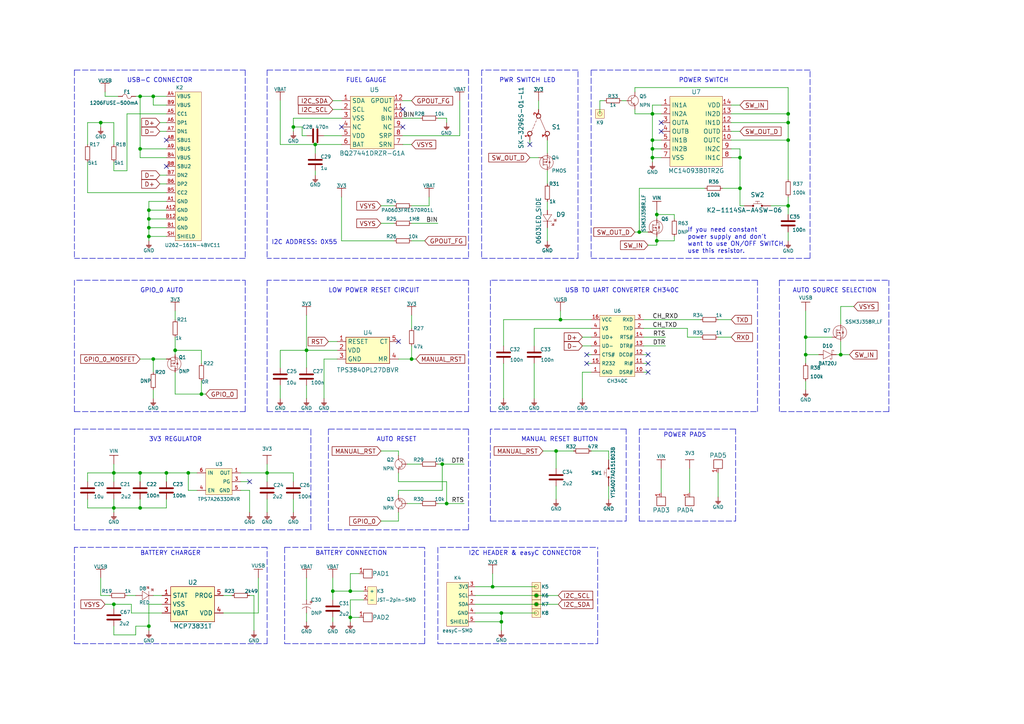
<source format=kicad_sch>
(kicad_sch (version 20211123) (generator eeschema)
  (paper "A4")
  (title_block (title "Soldered Inkplate PLUS2") (date "2023-04-13") (rev "V1.1.0.") (company "SOLDERED"))
  (junction (at 233.68 102.87))
  (junction (at 48.26 137.16))
  (junction (at 145.415 180.34))
  (junction (at 190.5 62.23))
  (junction (at 129.54 146.05))
  (junction (at 185.42 67.31))
  (junction (at 33.02 147.32))
  (junction (at 189.23 43.18))
  (junction (at 119.38 104.14))
  (junction (at 214.63 45.72))
  (junction (at 43.18 68.58))
  (junction (at 40.64 147.32))
  (junction (at 40.64 137.16))
  (junction (at 214.63 54.61))
  (junction (at 77.47 137.16))
  (junction (at 43.18 60.96))
  (junction (at 33.02 137.16))
  (junction (at 43.18 63.5))
  (junction (at 85.09 36.83))
  (junction (at 228.6 35.56))
  (junction (at 142.875 170.18))
  (junction (at 189.23 45.72))
  (junction (at 128.27 134.62))
  (junction (at 228.6 40.64))
  (junction (at 161.29 130.81))
  (junction (at 228.6 33.02))
  (junction (at 44.45 104.14))
  (junction (at 101.6 171.45))
  (junction (at 43.18 181.61))
  (junction (at 155.575 172.72))
  (junction (at 44.45 27.94) (diameter 0.9144))
  (junction (at 29.21 35.56))
  (junction (at 91.44 41.91))
  (junction (at 189.23 33.02))
  (junction (at 162.56 92.71))
  (junction (at 155.575 175.26))
  (junction (at 189.23 40.64))
  (junction (at 43.18 66.04))
  (junction (at 228.6 59.69))
  (junction (at 88.9 101.6))
  (junction (at 190.5 69.85))
  (junction (at 96.52 171.45))
  (junction (at 33.02 175.26))
  (junction (at 243.84 102.87))
  (junction (at 101.6 179.07))
  (junction (at 58.42 114.3))
  (junction (at 40.64 43.18) (diameter 0.9144))
  (junction (at 54.61 137.16))
  (junction (at 233.68 97.79))
  (junction (at 40.64 27.94) (diameter 0.9144))
  (junction (at 50.8 101.6))
  (junction (at 145.415 177.8))
  (no_connect (at 99.06 36.83))
  (no_connect (at 187.96 107.95))
  (no_connect (at 153.67 41.91))
  (no_connect (at 187.96 102.87))
  (no_connect (at 170.18 102.87))
  (no_connect (at 48.26 48.26))
  (no_connect (at 170.18 105.41))
  (no_connect (at 187.96 105.41))
  (no_connect (at 48.26 40.64))
  (no_connect (at 116.84 36.83))
  (no_connect (at 116.84 31.75))
  (no_connect (at 72.39 139.7))
  (no_connect (at 191.77 35.56))
  (no_connect (at 191.77 38.1))
  (no_connect (at 115.57 99.06))
  (wire (pts (xy 91.44 50.8) (xy 91.44 49.53)))
  (wire (pts (xy 101.6 166.37) (xy 101.6 171.45)))
  (polyline (pts (xy 234.95 74.93) (xy 234.95 20.32)))
  (wire (pts (xy 186.69 92.71) (xy 203.2 92.71)))
  (wire (pts (xy 57.15 142.24) (xy 54.61 142.24)))
  (wire (pts (xy 127 146.05) (xy 129.54 146.05)))
  (wire (pts (xy 87.63 36.83) (xy 85.09 36.83)))
  (wire (pts (xy 34.29 27.94) (xy 30.48 27.94)))
  (wire (pts (xy 170.18 102.87) (xy 171.45 102.87)))
  (wire (pts (xy 88.9 101.6) (xy 88.9 106.68)))
  (wire (pts (xy 93.98 39.37) (xy 99.06 39.37)))
  (polyline (pts (xy 21.59 119.38) (xy 71.12 119.38)))
  (wire (pts (xy 25.4 144.78) (xy 25.4 147.32)))
  (wire (pts (xy 57.15 137.16) (xy 54.61 137.16)))
  (wire (pts (xy 73.66 172.72) (xy 73.66 182.88)))
  (wire (pts (xy 101.6 180.34) (xy 101.6 179.07)))
  (polyline (pts (xy 71.12 119.38) (xy 71.12 81.28)))
  (wire (pts (xy 190.5 60.96) (xy 190.5 62.23)))
  (wire (pts (xy 161.29 140.97) (xy 161.29 144.78)))
  (wire (pts (xy 243.84 102.87) (xy 246.38 102.87)))
  (wire (pts (xy 195.58 69.85) (xy 190.5 69.85)))
  (wire (pts (xy 40.64 43.18) (xy 48.26 43.18)))
  (wire (pts (xy 87.63 39.37) (xy 87.63 36.83)))
  (wire (pts (xy 97.79 101.6) (xy 88.9 101.6)))
  (wire (pts (xy 119.38 69.85) (xy 123.19 69.85)))
  (polyline (pts (xy 171.45 74.93) (xy 234.95 74.93)))
  (wire (pts (xy 119.38 91.44) (xy 119.38 95.25)))
  (wire (pts (xy 72.39 172.72) (xy 73.66 172.72)))
  (wire (pts (xy 40.64 27.94) (xy 44.45 27.94)))
  (polyline (pts (xy 173.355 186.69) (xy 173.355 158.75)))
  (polyline (pts (xy 167.64 74.93) (xy 167.64 20.32)))
  (wire (pts (xy 142.875 170.18) (xy 155.575 170.18)))
  (wire (pts (xy 153.67 40.64) (xy 153.67 41.91)))
  (wire (pts (xy 168.91 107.95) (xy 171.45 107.95)))
  (wire (pts (xy 134.62 134.62) (xy 128.27 134.62)))
  (wire (pts (xy 185.42 54.61) (xy 204.47 54.61)))
  (wire (pts (xy 228.6 59.69) (xy 228.6 62.23)))
  (wire (pts (xy 81.28 41.91) (xy 91.44 41.91)))
  (wire (pts (xy 33.02 134.62) (xy 33.02 137.16)))
  (polyline (pts (xy 95.25 124.46) (xy 95.25 153.67)))
  (wire (pts (xy 40.64 144.78) (xy 40.64 147.32)))
  (polyline (pts (xy 213.36 151.13) (xy 213.36 124.46)))
  (wire (pts (xy 134.62 146.05) (xy 129.54 146.05)))
  (wire (pts (xy 118.11 146.05) (xy 121.92 146.05)))
  (wire (pts (xy 242.57 102.87) (xy 243.84 102.87)))
  (wire (pts (xy 99.06 69.85) (xy 114.3 69.85)))
  (wire (pts (xy 46.99 177.8) (xy 38.1 177.8)))
  (wire (pts (xy 33.02 175.26) (xy 30.48 175.26)))
  (wire (pts (xy 233.68 97.79) (xy 241.3 97.79)))
  (wire (pts (xy 110.49 64.77) (xy 114.3 64.77)))
  (wire (pts (xy 189.23 40.64) (xy 189.23 43.18)))
  (wire (pts (xy 137.795 170.18) (xy 142.875 170.18)))
  (polyline (pts (xy 82.55 186.69) (xy 123.19 186.69)))
  (wire (pts (xy 29.21 172.72) (xy 31.75 172.72)))
  (wire (pts (xy 233.68 110.49) (xy 233.68 113.03)))
  (wire (pts (xy 85.09 144.78) (xy 85.09 148.59)))
  (wire (pts (xy 25.4 55.88) (xy 48.26 55.88)))
  (polyline (pts (xy 82.55 158.75) (xy 123.19 158.75)))
  (wire (pts (xy 69.85 139.7) (xy 72.39 139.7)))
  (wire (pts (xy 44.45 27.94) (xy 48.26 27.94)))
  (wire (pts (xy 162.56 90.17) (xy 162.56 92.71)))
  (wire (pts (xy 228.6 67.31) (xy 228.6 69.85)))
  (wire (pts (xy 81.28 101.6) (xy 88.9 101.6)))
  (wire (pts (xy 195.58 63.5) (xy 195.58 62.23)))
  (wire (pts (xy 158.75 66.04) (xy 158.75 69.85)))
  (wire (pts (xy 104.14 166.37) (xy 101.6 166.37)))
  (polyline (pts (xy 135.89 74.93) (xy 77.47 74.93)))
  (wire (pts (xy 48.26 45.72) (xy 40.64 45.72)))
  (wire (pts (xy 129.54 139.7) (xy 129.54 146.05)))
  (wire (pts (xy 119.38 59.69) (xy 124.46 59.69)))
  (polyline (pts (xy 22.225 81.28) (xy 71.12 81.28)))
  (polyline (pts (xy 21.59 153.67) (xy 90.17 153.67)))
  (wire (pts (xy 154.94 105.41) (xy 154.94 115.57)))
  (wire (pts (xy 64.77 172.72) (xy 67.31 172.72)))
  (wire (pts (xy 91.44 41.91) (xy 99.06 41.91)))
  (wire (pts (xy 162.56 92.71) (xy 171.45 92.71)))
  (wire (pts (xy 215.9 59.69) (xy 214.63 59.69)))
  (wire (pts (xy 156.21 29.21) (xy 156.21 31.75)))
  (wire (pts (xy 115.57 143.51) (xy 115.57 142.24)))
  (wire (pts (xy 88.9 177.8) (xy 88.9 180.34)))
  (wire (pts (xy 88.9 167.64) (xy 88.9 173.99)))
  (wire (pts (xy 195.58 62.23) (xy 190.5 62.23)))
  (wire (pts (xy 25.4 137.16) (xy 33.02 137.16)))
  (wire (pts (xy 168.91 100.33) (xy 171.45 100.33)))
  (wire (pts (xy 214.63 45.72) (xy 212.09 45.72)))
  (wire (pts (xy 40.64 104.14) (xy 44.45 104.14)))
  (wire (pts (xy 33.02 144.78) (xy 33.02 147.32)))
  (wire (pts (xy 58.42 105.41) (xy 58.42 101.6)))
  (wire (pts (xy 208.28 97.79) (xy 212.09 97.79)))
  (wire (pts (xy 189.23 30.48) (xy 189.23 33.02)))
  (wire (pts (xy 50.8 107.95) (xy 50.8 114.3)))
  (wire (pts (xy 39.37 172.72) (xy 36.83 172.72)))
  (polyline (pts (xy 77.47 20.32) (xy 135.89 20.32)))
  (wire (pts (xy 29.21 35.56) (xy 29.21 36.83)))
  (wire (pts (xy 96.52 171.45) (xy 96.52 173.99)))
  (wire (pts (xy 50.8 90.17) (xy 50.8 92.71)))
  (polyline (pts (xy 185.42 124.46) (xy 185.42 151.13)))
  (wire (pts (xy 25.4 35.56) (xy 29.21 35.56)))
  (wire (pts (xy 96.52 179.07) (xy 96.52 180.34)))
  (wire (pts (xy 69.85 137.16) (xy 77.47 137.16)))
  (wire (pts (xy 40.64 43.18) (xy 40.64 27.94)))
  (polyline (pts (xy 82.55 158.75) (xy 82.55 186.69)))
  (wire (pts (xy 99.06 57.15) (xy 99.06 69.85)))
  (wire (pts (xy 214.63 43.18) (xy 214.63 45.72)))
  (wire (pts (xy 233.68 102.87) (xy 233.68 97.79)))
  (wire (pts (xy 48.26 33.02) (xy 36.83 33.02)))
  (wire (pts (xy 40.64 137.16) (xy 40.64 139.7)))
  (wire (pts (xy 77.47 144.78) (xy 77.47 148.59)))
  (wire (pts (xy 101.6 179.07) (xy 101.6 173.99)))
  (polyline (pts (xy 139.7 20.32) (xy 139.7 74.93)))
  (wire (pts (xy 184.15 26.67) (xy 184.15 25.4)))
  (wire (pts (xy 33.02 137.16) (xy 33.02 139.7)))
  (wire (pts (xy 64.77 177.8) (xy 74.93 177.8)))
  (polyline (pts (xy 21.59 186.69) (xy 77.47 186.69)))
  (wire (pts (xy 184.15 67.31) (xy 185.42 67.31)))
  (wire (pts (xy 88.9 111.76) (xy 88.9 115.57)))
  (wire (pts (xy 191.77 43.18) (xy 189.23 43.18)))
  (polyline (pts (xy 77.47 186.69) (xy 77.47 158.75)))
  (wire (pts (xy 115.57 130.81) (xy 115.57 132.08)))
  (wire (pts (xy 44.45 104.14) (xy 44.45 107.95)))
  (wire (pts (xy 146.05 100.33) (xy 146.05 92.71)))
  (wire (pts (xy 96.52 29.21) (xy 99.06 29.21)))
  (wire (pts (xy 208.28 92.71) (xy 212.09 92.71)))
  (wire (pts (xy 158.75 58.42) (xy 158.75 60.96)))
  (wire (pts (xy 33.02 176.53) (xy 33.02 175.26)))
  (wire (pts (xy 200.025 135.89) (xy 200.025 142.875)))
  (wire (pts (xy 101.6 171.45) (xy 105.41 171.45)))
  (wire (pts (xy 190.5 62.23) (xy 190.5 63.5)))
  (wire (pts (xy 39.37 27.94) (xy 40.64 27.94)))
  (wire (pts (xy 175.26 29.21) (xy 173.99 29.21)))
  (wire (pts (xy 48.26 137.16) (xy 48.26 139.7)))
  (wire (pts (xy 186.69 100.33) (xy 193.04 100.33)))
  (wire (pts (xy 137.795 175.26) (xy 155.575 175.26)))
  (wire (pts (xy 153.67 45.72) (xy 156.21 45.72)))
  (wire (pts (xy 85.09 139.7) (xy 85.09 137.16)))
  (wire (pts (xy 137.795 180.34) (xy 145.415 180.34)))
  (wire (pts (xy 48.26 30.48) (xy 44.45 30.48)))
  (wire (pts (xy 212.09 35.56) (xy 228.6 35.56)))
  (polyline (pts (xy 77.47 158.75) (xy 21.59 158.75)))
  (wire (pts (xy 85.09 36.83) (xy 85.09 34.29)))
  (wire (pts (xy 93.98 104.14) (xy 93.98 115.57)))
  (wire (pts (xy 25.4 46.99) (xy 25.4 55.88)))
  (wire (pts (xy 199.39 95.25) (xy 186.69 95.25)))
  (polyline (pts (xy 21.59 20.32) (xy 21.59 74.93)) (stroke (width 0) (type dash)))
  (wire (pts (xy 233.68 102.87) (xy 233.68 105.41)))
  (wire (pts (xy 46.355 38.1) (xy 48.26 38.1)))
  (wire (pts (xy 168.91 97.79) (xy 171.45 97.79)))
  (wire (pts (xy 119.38 100.33) (xy 119.38 104.14)))
  (polyline (pts (xy 21.59 124.46) (xy 21.59 153.67)))
  (wire (pts (xy 154.94 95.25) (xy 171.45 95.25)))
  (wire (pts (xy 48.26 137.16) (xy 40.64 137.16)))
  (wire (pts (xy 121.92 34.29) (xy 116.84 34.29)))
  (wire (pts (xy 189.23 33.02) (xy 189.23 40.64)))
  (wire (pts (xy 46.99 175.26) (xy 43.18 175.26)))
  (wire (pts (xy 237.49 102.87) (xy 233.68 102.87)))
  (wire (pts (xy 72.39 142.24) (xy 72.39 148.59)))
  (wire (pts (xy 54.61 137.16) (xy 48.26 137.16)))
  (polyline (pts (xy 127 158.75) (xy 127 186.69)))
  (wire (pts (xy 146.05 105.41) (xy 146.05 115.57)))
  (wire (pts (xy 118.11 134.62) (xy 121.92 134.62)))
  (wire (pts (xy 191.77 40.64) (xy 189.23 40.64)))
  (wire (pts (xy 43.18 63.5) (xy 48.26 63.5)))
  (wire (pts (xy 33.02 181.61) (xy 33.02 184.15)))
  (wire (pts (xy 43.18 68.58) (xy 43.18 69.85)))
  (polyline (pts (xy 21.59 158.75) (xy 21.59 186.69)))
  (polyline (pts (xy 142.24 119.38) (xy 219.71 119.38)))
  (polyline (pts (xy 77.47 119.38) (xy 135.89 119.38)))
  (wire (pts (xy 184.15 33.02) (xy 189.23 33.02)))
  (wire (pts (xy 186.69 102.87) (xy 187.96 102.87)))
  (wire (pts (xy 44.45 113.03) (xy 44.45 115.57)))
  (polyline (pts (xy 77.47 81.28) (xy 77.47 119.38)))
  (wire (pts (xy 137.795 177.8) (xy 145.415 177.8)))
  (wire (pts (xy 33.02 175.26) (xy 38.1 175.26)))
  (wire (pts (xy 191.77 135.89) (xy 191.77 142.875)))
  (wire (pts (xy 115.57 151.13) (xy 115.57 148.59)))
  (polyline (pts (xy 71.12 74.93) (xy 21.59 74.93)) (stroke (width 0) (type dash)))
  (wire (pts (xy 212.09 33.02) (xy 228.6 33.02)))
  (wire (pts (xy 185.42 67.31) (xy 187.96 67.31)))
  (wire (pts (xy 43.18 68.58) (xy 48.26 68.58)))
  (wire (pts (xy 58.42 110.49) (xy 58.42 114.3)))
  (wire (pts (xy 36.83 33.02) (xy 36.83 49.53)))
  (wire (pts (xy 43.18 63.5) (xy 43.18 66.04)))
  (wire (pts (xy 155.575 175.26) (xy 161.925 175.26)))
  (wire (pts (xy 88.9 101.6) (xy 88.9 91.44)))
  (polyline (pts (xy 185.42 151.13) (xy 213.36 151.13)))
  (wire (pts (xy 85.09 137.16) (xy 77.47 137.16)))
  (wire (pts (xy 124.46 57.15) (xy 124.46 59.69)))
  (wire (pts (xy 127 34.29) (xy 129.54 34.29)))
  (wire (pts (xy 186.69 105.41) (xy 187.96 105.41)))
  (wire (pts (xy 129.54 34.29) (xy 129.54 35.56)))
  (wire (pts (xy 50.8 97.79) (xy 50.8 101.6)))
  (polyline (pts (xy 135.89 153.67) (xy 135.89 124.46)))
  (polyline (pts (xy 142.24 81.28) (xy 142.24 119.38)))
  (wire (pts (xy 29.21 167.64) (xy 29.21 172.72)))
  (wire (pts (xy 212.09 40.64) (xy 228.6 40.64)))
  (wire (pts (xy 161.29 135.89) (xy 161.29 130.81)))
  (polyline (pts (xy 95.25 153.67) (xy 135.89 153.67)))
  (wire (pts (xy 115.57 139.7) (xy 129.54 139.7)))
  (wire (pts (xy 128.27 142.24) (xy 128.27 134.62)))
  (polyline (pts (xy 127 186.69) (xy 173.355 186.69)))
  (polyline (pts (xy 234.95 20.32) (xy 171.45 20.32)))
  (polyline (pts (xy 142.24 151.13) (xy 181.61 151.13)))
  (wire (pts (xy 187.96 71.12) (xy 190.5 71.12)))
  (wire (pts (xy 46.355 53.34) (xy 48.26 53.34)))
  (wire (pts (xy 214.63 59.69) (xy 214.63 54.61)))
  (wire (pts (xy 146.05 92.71) (xy 162.56 92.71)))
  (wire (pts (xy 137.795 172.72) (xy 155.575 172.72)))
  (wire (pts (xy 228.6 25.4) (xy 228.6 33.02)))
  (wire (pts (xy 85.09 34.29) (xy 99.06 34.29)))
  (wire (pts (xy 58.42 114.3) (xy 50.8 114.3)))
  (wire (pts (xy 44.45 104.14) (xy 48.26 104.14)))
  (wire (pts (xy 91.44 44.45) (xy 91.44 41.91)))
  (wire (pts (xy 186.69 97.79) (xy 193.04 97.79)))
  (wire (pts (xy 195.58 68.58) (xy 195.58 69.85)))
  (polyline (pts (xy 90.17 153.67) (xy 90.17 124.46)))
  (wire (pts (xy 243.84 102.87) (xy 243.84 99.06)))
  (polyline (pts (xy 219.71 81.28) (xy 142.24 81.28)))
  (wire (pts (xy 157.48 130.81) (xy 161.29 130.81)))
  (wire (pts (xy 58.42 101.6) (xy 50.8 101.6)))
  (wire (pts (xy 190.5 68.58) (xy 190.5 69.85)))
  (wire (pts (xy 116.84 39.37) (xy 133.35 39.37)))
  (wire (pts (xy 115.57 142.24) (xy 128.27 142.24)))
  (wire (pts (xy 127 134.62) (xy 128.27 134.62)))
  (wire (pts (xy 69.85 142.24) (xy 72.39 142.24)))
  (wire (pts (xy 33.02 41.91) (xy 33.02 35.56)))
  (wire (pts (xy 228.6 35.56) (xy 228.6 40.64)))
  (wire (pts (xy 243.84 88.9) (xy 243.84 93.98)))
  (wire (pts (xy 33.02 147.32) (xy 33.02 148.59)))
  (wire (pts (xy 30.48 27.94) (xy 30.48 26.67)))
  (polyline (pts (xy 135.89 81.28) (xy 77.47 81.28)))
  (polyline (pts (xy 77.47 20.32) (xy 77.47 74.93)))
  (wire (pts (xy 46.355 35.56) (xy 48.26 35.56)))
  (wire (pts (xy 40.64 147.32) (xy 33.02 147.32)))
  (wire (pts (xy 158.75 49.53) (xy 158.75 53.34)))
  (wire (pts (xy 77.47 137.16) (xy 77.47 139.7)))
  (wire (pts (xy 228.6 57.15) (xy 228.6 59.69)))
  (wire (pts (xy 186.69 107.95) (xy 187.96 107.95)))
  (polyline (pts (xy 127.635 158.75) (xy 173.355 158.75)))
  (wire (pts (xy 38.1 177.8) (xy 38.1 175.26)))
  (wire (pts (xy 43.18 66.04) (xy 48.26 66.04)))
  (wire (pts (xy 25.4 147.32) (xy 33.02 147.32)))
  (wire (pts (xy 170.18 105.41) (xy 171.45 105.41)))
  (wire (pts (xy 168.91 115.57) (xy 168.91 107.95)))
  (wire (pts (xy 176.53 130.81) (xy 176.53 133.35)))
  (polyline (pts (xy 135.89 124.46) (xy 95.25 124.46)))
  (wire (pts (xy 43.18 175.26) (xy 43.18 181.61)))
  (wire (pts (xy 33.02 49.53) (xy 33.02 46.99)))
  (wire (pts (xy 190.5 69.85) (xy 190.5 71.12)))
  (wire (pts (xy 203.2 97.79) (xy 199.39 97.79)))
  (wire (pts (xy 155.575 172.72) (xy 161.925 172.72)))
  (wire (pts (xy 161.29 130.81) (xy 166.37 130.81)))
  (wire (pts (xy 158.75 40.64) (xy 158.75 44.45)))
  (wire (pts (xy 115.57 104.14) (xy 119.38 104.14)))
  (wire (pts (xy 40.64 43.18) (xy 40.64 45.72)))
  (polyline (pts (xy 213.36 124.46) (xy 185.42 124.46)))
  (wire (pts (xy 247.65 88.9) (xy 243.84 88.9)))
  (wire (pts (xy 171.45 130.81) (xy 176.53 130.81)))
  (wire (pts (xy 43.18 66.04) (xy 43.18 68.58)))
  (polyline (pts (xy 226.06 81.28) (xy 226.06 119.38)))
  (polyline (pts (xy 226.06 81.28) (xy 257.81 81.28)))
  (wire (pts (xy 115.57 137.16) (xy 115.57 139.7)))
  (polyline (pts (xy 142.24 124.46) (xy 142.24 151.13)))
  (wire (pts (xy 119.38 29.21) (xy 116.84 29.21)))
  (wire (pts (xy 25.4 139.7) (xy 25.4 137.16)))
  (wire (pts (xy 191.77 33.02) (xy 189.23 33.02)))
  (wire (pts (xy 173.99 29.21) (xy 173.99 33.02)))
  (wire (pts (xy 74.93 167.64) (xy 74.93 177.8)))
  (wire (pts (xy 119.38 104.14) (xy 120.65 104.14)))
  (wire (pts (xy 44.45 30.48) (xy 44.45 27.94)))
  (wire (pts (xy 43.18 60.96) (xy 43.18 63.5)))
  (wire (pts (xy 212.09 43.18) (xy 214.63 43.18)))
  (wire (pts (xy 33.02 35.56) (xy 29.21 35.56)))
  (wire (pts (xy 88.9 39.37) (xy 87.63 39.37)))
  (wire (pts (xy 40.64 137.16) (xy 33.02 137.16)))
  (polyline (pts (xy 21.59 119.38) (xy 21.59 81.28)))
  (polyline (pts (xy 71.12 20.32) (xy 71.12 74.93)) (stroke (width 0) (type dash)))
  (wire (pts (xy 208.28 137.16) (xy 208.28 144.145)))
  (polyline (pts (xy 135.89 20.32) (xy 135.89 74.93)))
  (wire (pts (xy 43.18 60.96) (xy 48.26 60.96)))
  (polyline (pts (xy 219.71 119.38) (xy 219.71 81.28)))
  (wire (pts (xy 185.42 54.61) (xy 185.42 67.31)))
  (polyline (pts (xy 181.61 151.13) (xy 181.61 124.46)))
  (wire (pts (xy 101.6 179.07) (xy 104.14 179.07)))
  (wire (pts (xy 81.28 29.21) (xy 81.28 41.91)))
  (wire (pts (xy 81.28 111.76) (xy 81.28 115.57)))
  (polyline (pts (xy 123.19 186.69) (xy 123.19 158.75)))
  (wire (pts (xy 48.26 58.42) (xy 43.18 58.42)))
  (wire (pts (xy 145.415 177.8) (xy 145.415 180.34)))
  (wire (pts (xy 93.98 104.14) (xy 97.79 104.14)))
  (polyline (pts (xy 257.81 81.28) (xy 257.81 119.38)))
  (wire (pts (xy 39.37 181.61) (xy 43.18 181.61)))
  (wire (pts (xy 50.8 101.6) (xy 50.8 102.87)))
  (wire (pts (xy 119.38 64.77) (xy 127 64.77)))
  (wire (pts (xy 96.52 167.64) (xy 96.52 171.45)))
  (wire (pts (xy 214.63 54.61) (xy 214.63 45.72)))
  (wire (pts (xy 119.38 41.91) (xy 116.84 41.91)))
  (wire (pts (xy 176.53 140.97) (xy 176.53 144.78)))
  (wire (pts (xy 212.09 30.48) (xy 214.63 30.48)))
  (wire (pts (xy 142.875 170.18) (xy 142.875 166.37)))
  (polyline (pts (xy 21.59 20.32) (xy 71.12 20.32)) (stroke (width 0) (type dash)))
  (wire (pts (xy 95.25 99.06) (xy 97.79 99.06)))
  (wire (pts (xy 46.355 50.8) (xy 48.26 50.8)))
  (wire (pts (xy 110.49 130.81) (xy 115.57 130.81)))
  (wire (pts (xy 43.18 181.61) (xy 43.18 182.88)))
  (wire (pts (xy 228.6 40.64) (xy 228.6 52.07)))
  (wire (pts (xy 191.77 45.72) (xy 189.23 45.72)))
  (wire (pts (xy 189.23 43.18) (xy 189.23 45.72)))
  (wire (pts (xy 48.26 144.78) (xy 48.26 147.32)))
  (wire (pts (xy 223.52 59.69) (xy 228.6 59.69)))
  (wire (pts (xy 85.09 38.1) (xy 85.09 36.83)))
  (wire (pts (xy 39.37 184.15) (xy 39.37 181.61)))
  (wire (pts (xy 145.415 180.34) (xy 145.415 182.88)))
  (polyline (pts (xy 171.45 20.32) (xy 171.45 74.93)))
  (wire (pts (xy 96.52 171.45) (xy 101.6 171.45)))
  (wire (pts (xy 180.34 29.21) (xy 181.61 29.21)))
  (wire (pts (xy 59.69 114.3) (xy 58.42 114.3)))
  (wire (pts (xy 199.39 97.79) (xy 199.39 95.25)))
  (wire (pts (xy 96.52 31.75) (xy 99.06 31.75)))
  (wire (pts (xy 43.18 58.42) (xy 43.18 60.96)))
  (wire (pts (xy 48.26 147.32) (xy 40.64 147.32)))
  (wire (pts (xy 154.94 100.33) (xy 154.94 95.25)))
  (wire (pts (xy 228.6 33.02) (xy 228.6 35.56)))
  (polyline (pts (xy 139.7 74.93) (xy 167.64 74.93)))
  (wire (pts (xy 145.415 177.8) (xy 155.575 177.8)))
  (wire (pts (xy 184.15 25.4) (xy 228.6 25.4)))
  (wire (pts (xy 189.23 45.72) (xy 189.23 46.99)))
  (wire (pts (xy 81.28 106.68) (xy 81.28 101.6)))
  (wire (pts (xy 233.68 90.17) (xy 233.68 97.79)))
  (wire (pts (xy 25.4 41.91) (xy 25.4 35.56)))
  (polyline (pts (xy 167.64 20.32) (xy 139.7 20.32)))
  (wire (pts (xy 212.09 38.1) (xy 214.63 38.1)))
  (wire (pts (xy 110.49 151.13) (xy 115.57 151.13)))
  (wire (pts (xy 54.61 142.24) (xy 54.61 137.16)))
  (wire (pts (xy 184.15 33.02) (xy 184.15 31.75)))
  (polyline (pts (xy 181.61 124.46) (xy 142.24 124.46)))
  (polyline (pts (xy 135.89 119.38) (xy 135.89 81.28)))
  (wire (pts (xy 44.45 172.72) (xy 46.99 172.72)))
  (wire (pts (xy 33.02 184.15) (xy 39.37 184.15)))
  (wire (pts (xy 209.55 54.61) (xy 214.63 54.61)))
  (wire (pts (xy 36.83 49.53) (xy 33.02 49.53)))
  (wire (pts (xy 77.47 134.62) (xy 77.47 137.16)))
  (wire (pts (xy 191.77 30.48) (xy 189.23 30.48)))
  (wire (pts (xy 110.49 59.69) (xy 114.3 59.69)))
  (wire (pts (xy 101.6 173.99) (xy 105.41 173.99)))
  (polyline (pts (xy 257.81 119.38) (xy 226.06 119.38)))
  (polyline (pts (xy 21.59 124.46) (xy 90.17 124.46)))
  (wire (pts (xy 133.35 39.37) (xy 133.35 29.21)))
  (text "USB-C CONNECTOR\n" (at 55.88 24.13 180) (effects (font (size 1.27 1.27)) (justify right bottom)))
  (text "AUTO SOURCE SELECTION" (at 229.87 85.09 0) (effects (font (size 1.27 1.27)) (justify left bottom)))
  (text "FUEL GAUGE" (at 100.33 24.13 0) (effects (font (size 1.27 1.27)) (justify left bottom)))
  (text "MANUAL RESET BUTTON" (at 151.13 128.27 0) (effects (font (size 1.27 1.27)) (justify left bottom)))
  (text "GPIO_0 AUTO" (at 40.64 85.09 0) (effects (font (size 1.27 1.27)) (justify left bottom)))
  (text "3V3 REGULATOR" (at 43.18 128.27 0) (effects (font (size 1.27 1.27)) (justify left bottom)))
  (text "PWR SWITCH LED\n" (at 144.78 24.13 0) (effects (font (size 1.27 1.27)) (justify left bottom)))
  (text "USB TO UART CONVERTER CH340C" (at 163.83 85.09 0) (effects (font (size 1.27 1.27)) (justify left bottom)))
  (text "BATTERY CONNECTION" (at 91.44 161.29 0) (effects (font (size 1.27 1.27)) (justify left bottom)))
  (text "POWER SWITCH" (at 196.85 24.13 0) (effects (font (size 1.27 1.27)) (justify left bottom)))
  (text "If you need constant\npower supply and don't\nwant to use ON/OFF SWITCH,\nuse this resistor." (at 199.39 73.66 0) (effects (font (size 1.27 1.27)) (justify left bottom)))
  (text "I2C HEADER & easyC CONNECTOR" (at 135.89 161.29 0) (effects (font (size 1.27 1.27)) (justify left bottom)))
  (text "LOW POWER RESET CIRCUIT " (at 95.25 85.09 0) (effects (font (size 1.27 1.27)) (justify left bottom)))
  (text "AUTO RESET" (at 109.22 128.27 0) (effects (font (size 1.27 1.27)) (justify left bottom)))
  (text "POWER PADS\n" (at 192.405 127 0) (effects (font (size 1.27 1.27)) (justify left bottom)))
  (text "I2C ADDRESS: 0X55" (at 78.74 71.12 0) (effects (font (size 1.27 1.27)) (justify left bottom)))
  (text "BATTERY CHARGER" (at 40.64 161.29 0) (effects (font (size 1.27 1.27)) (justify left bottom)))
  (label "DTR" (at 193.04 100.33 180))
  (label "CH_RXD" (at 189.23 92.71 0))
  (label "RTS" (at 193.04 97.79 180))
  (label "BIN" (at 116.84 34.29 0))
  (label "DTR" (at 134.62 134.62 180))
  (label "BIN" (at 127 64.77 180))
  (label "CH_TXD" (at 189.23 95.25 0))
  (label "RTS" (at 134.62 146.05 180))
  (global_label "I2C_SDA" (shape input) (at 161.925 175.26 0) (property "Intersheet References" "${INTERSHEET_REFS}" (effects hide)))
  (global_label "MANUAL_RST" (shape input) (at 110.49 130.81 180) (property "Intersheet References" "${INTERSHEET_REFS}" (effects hide)))
  (global_label "SW_OUT_D" (shape input) (at 184.15 67.31 180) (property "Intersheet References" "${INTERSHEET_REFS}" (effects hide)))
  (global_label "SW_IN" (shape input) (at 214.63 30.48 0) (property "Intersheet References" "${INTERSHEET_REFS}" (effects hide)))
  (global_label "MANUAL_RST" (shape input) (at 157.48 130.81 180) (property "Intersheet References" "${INTERSHEET_REFS}" (effects hide)))
  (global_label "SW_IN" (shape input) (at 187.96 71.12 180) (property "Intersheet References" "${INTERSHEET_REFS}" (effects hide)))
  (global_label "GPIO_0" (shape input) (at 110.49 151.13 180) (property "Intersheet References" "${INTERSHEET_REFS}" (effects hide)))
  (global_label "I2C_SDA" (shape input) (at 96.52 29.21 180) (property "Intersheet References" "${INTERSHEET_REFS}" (effects hide)))
  (global_label "VSYS" (shape input) (at 119.38 41.91 0) (property "Intersheet References" "${INTERSHEET_REFS}" (effects hide)))
  (global_label "D-" (shape input) (at 168.91 100.33 180) (property "Intersheet References" "${INTERSHEET_REFS}" (effects hide)))
  (global_label "D-" (shape input) (at 46.355 50.8 180) (property "Intersheet References" "${INTERSHEET_REFS}" (effects hide)))
  (global_label "D+" (shape input) (at 46.355 53.34 180) (property "Intersheet References" "${INTERSHEET_REFS}" (effects hide)))
  (global_label "D+" (shape input) (at 46.355 35.56 180) (property "Intersheet References" "${INTERSHEET_REFS}" (effects hide)))
  (global_label "RXD" (shape input) (at 212.09 97.79 0) (property "Intersheet References" "${INTERSHEET_REFS}" (effects hide)))
  (global_label "MANUAL_RST" (shape input) (at 120.65 104.14 0) (property "Intersheet References" "${INTERSHEET_REFS}" (effects hide)))
  (global_label "VSYS" (shape input) (at 30.48 175.26 180) (property "Intersheet References" "${INTERSHEET_REFS}" (effects hide)))
  (global_label "D-" (shape input) (at 46.355 38.1 180) (property "Intersheet References" "${INTERSHEET_REFS}" (effects hide)))
  (global_label "RST" (shape input) (at 95.25 99.06 180) (property "Intersheet References" "${INTERSHEET_REFS}" (effects hide)))
  (global_label "I2C_SCL" (shape input) (at 96.52 31.75 180) (property "Intersheet References" "${INTERSHEET_REFS}" (effects hide)))
  (global_label "SW_OUT_D" (shape input) (at 153.67 45.72 180) (property "Intersheet References" "${INTERSHEET_REFS}" (effects hide)))
  (global_label "D+" (shape input) (at 168.91 97.79 180) (property "Intersheet References" "${INTERSHEET_REFS}" (effects hide)))
  (global_label "I2C_SCL" (shape input) (at 161.925 172.72 0) (property "Intersheet References" "${INTERSHEET_REFS}" (effects hide)))
  (global_label "GPIO_0_MOSFET" (shape input) (at 40.64 104.14 180) (property "Intersheet References" "${INTERSHEET_REFS}" (effects hide)))
  (global_label "GPOUT_FG" (shape input) (at 123.19 69.85 0) (property "Intersheet References" "${INTERSHEET_REFS}" (effects hide)))
  (global_label "SW_IN" (shape input) (at 246.38 102.87 0) (property "Intersheet References" "${INTERSHEET_REFS}" (effects hide)))
  (global_label "GPOUT_FG" (shape input) (at 119.38 29.21 0) (property "Intersheet References" "${INTERSHEET_REFS}" (effects hide)))
  (global_label "TXD" (shape input) (at 212.09 92.71 0) (property "Intersheet References" "${INTERSHEET_REFS}" (effects hide)))
  (global_label "VSYS" (shape input) (at 247.65 88.9 0) (property "Intersheet References" "${INTERSHEET_REFS}" (effects hide)))
  (global_label "SW_OUT_D" (shape input) (at 214.63 38.1 0) (property "Intersheet References" "${INTERSHEET_REFS}" (effects hide)))
  (global_label "VSYS" (shape input) (at 110.49 64.77 180) (property "Intersheet References" "${INTERSHEET_REFS}" (effects hide)))
  (global_label "GPIO_0" (shape input) (at 59.69 114.3 0) (property "Intersheet References" "${INTERSHEET_REFS}" (effects hide)))
  (global_label "VSYS" (shape input) (at 110.49 59.69 180) (property "Intersheet References" "${INTERSHEET_REFS}" (effects hide)))
  (symbol (lib_id "e-radionica.com schematics:GND") (at 228.6 69.85 0) (unit 1)
    (property "Reference" "#PWR0102" (effects hide))
    (property "Value" "GND" (at 228.6 72.771 0) (effects (font (size 1 1))))
  )
  (symbol (lib_id "e-radionica.com schematics:VBAT") (at 124.46 57.15 0) (unit 1)
    (property "Reference" "#PWR087" (effects hide))
    (property "Value" "VBAT" (at 124.46 53.848 0) (effects (font (size 1 1))))
  )
  (symbol (lib_id "e-radionica.com schematics:GND") (at 29.21 36.83 0) (unit 1)
    (property "Reference" "#PWR058" (effects hide))
    (property "Value" "GND" (at 29.21 39.624 0) (effects (font (size 1 1))))
  )
  (symbol (lib_id "e-radionica.com schematics:HEADER_MALE_1X1_Inkplate") (at 155.575 170.18 0) (unit 1)
    (property "Reference" "K5" (at 158.115 170.18 0) (effects (font (size 1 1))))
    (property "Value" "HEADER_MALE_1X1_Inkplate" (effects hide))
    (property "Footprint" "e-radionica.com footprinti:HEADER_MALE_1X1_Inkplate" (effects hide))
  )
  (symbol (lib_id "e-radionica.com schematics:HEADER_MALE_1X1_Inkplate") (at 155.575 172.72 0) (unit 1)
    (property "Reference" "K6" (at 158.115 172.72 0) (effects (font (size 1 1))))
    (property "Value" "HEADER_MALE_1X1_Inkplate" (effects hide))
    (property "Footprint" "e-radionica.com footprinti:HEADER_MALE_1X1_Inkplate" (effects hide))
  )
  (symbol (lib_id "e-radionica.com schematics:0603C") (at 96.52 176.53 90) (unit 1)
    (property "Reference" "C31" (at 99.822 175.006 90) (effects (font (size 1 1))))
    (property "Value" "2u2" (at 99.822 178.054 90) (effects (font (size 1 1))))
    (property "Footprint" "e-radionica.com footprinti:0603C" (effects hide))
  )
  (symbol (lib_id "e-radionica.com schematics:1206FUSE") (at 36.83 27.94 0) (unit 1)
    (property "Reference" "F1" (at 36.83 26.67 0) (effects (font (size 1 1))))
    (property "Value" "1206FUSE-500mA" (at 33.02 29.845 0) (effects (font (size 1 1))))
    (property "Footprint" "e-radionica.com footprinti:1206FUSE" (effects hide))
  )
  (symbol (lib_id "e-radionica.com schematics:0603R") (at 33.02 44.45 90) (unit 1)
    (property "Reference" "R18" (at 35.052 41.91 90) (effects (font (size 1 1))))
    (property "Value" "5k1" (at 34.544 47.244 90) (effects (font (size 1 1))))
    (property "Footprint" "e-radionica.com footprinti:0603R" (effects hide))
  )
  (symbol (lib_id "e-radionica.com schematics:GND") (at 189.23 46.99 0) (unit 1)
    (property "Reference" "#PWR0100" (effects hide))
    (property "Value" "GND" (at 189.23 49.911 0) (effects (font (size 1 1))))
  )
  (symbol (lib_id "e-radionica.com schematics:0603R") (at 119.38 97.79 90) (unit 1)
    (property "Reference" "R27" (at 119.888 95.25 90) (effects (font (size 1 1)) (justify right)))
    (property "Value" "47k" (at 119.888 100.584 90) (effects (font (size 1 1)) (justify right)))
    (property "Footprint" "e-radionica.com footprinti:0603R" (effects hide))
  )
  (symbol (lib_id "e-radionica.com schematics:MC14093BDTR2G") (at 201.93 41.91 0) (unit 1)
    (property "Reference" "U7" (at 201.93 26.67 0))
    (property "Value" "MC14093BDTR2G" (at 201.93 49.53 0))
    (property "Footprint" "e-radionica.com footprinti:TSSOP-14" (effects hide))
  )
  (symbol (lib_id "e-radionica.com schematics:0603R") (at 158.75 55.88 270) (unit 1)
    (property "Reference" "R31" (at 160.782 53.34 90) (effects (font (size 1 1))))
    (property "Value" "1k" (at 160.274 58.42 90) (effects (font (size 1 1))))
    (property "Footprint" "e-radionica.com footprinti:0603R" (effects hide))
  )
  (symbol (lib_id "e-radionica.com schematics:NPN-SOT-23-3") (at 184.15 29.21 0) (unit 1)
    (property "Reference" "Q5" (at 185.42 27.94 0) (effects (font (size 1 1)) (justify left)))
    (property "Value" "NPN" (at 185.42 30.48 0) (effects (font (size 1 1)) (justify left)))
    (property "Footprint" "e-radionica.com footprinti:SOT-23-3" (effects hide))
  )
  (symbol (lib_id "e-radionica.com schematics:GND") (at 154.94 115.57 0) (unit 1)
    (property "Reference" "#PWR093" (effects hide))
    (property "Value" "GND" (at 154.94 118.364 0) (effects (font (size 1 1))))
  )
  (symbol (lib_id "e-radionica.com schematics:NPN-SOT-23-3") (at 115.57 134.62 0) (mirror y) (unit 1)
    (property "Reference" "Q2" (at 114.3 133.35 0) (effects (font (size 1 1)) (justify left)))
    (property "Value" "NPN" (at 114.3 135.89 0) (effects (font (size 1 1)) (justify left)))
    (property "Footprint" "e-radionica.com footprinti:SOT-23-3" (effects hide))
  )
  (symbol (lib_id "e-radionica.com schematics:PAD_4x4") (at 200.025 145.415 270) (unit 1)
    (property "Reference" "PAD4" (at 201.295 147.955 90) (effects (justify right)))
    (property "Value" "PAD_4x4" (effects hide))
    (property "Footprint" "e-radionica.com footprinti:PAD_4x4" (effects hide))
  )
  (symbol (lib_id "e-radionica.com schematics:PAD_4x4") (at 106.68 179.07 0) (unit 1)
    (property "Reference" "PAD2" (at 107.95 179.07 0) (effects (justify left)))
    (property "Value" "PAD_4x4" (effects hide))
    (property "Footprint" "e-radionica.com footprinti:PAD_4x4" (effects hide))
  )
  (symbol (lib_id "e-radionica.com schematics:GND") (at 146.05 115.57 0) (unit 1)
    (property "Reference" "#PWR092" (effects hide))
    (property "Value" "GND" (at 146.05 118.364 0) (effects (font (size 1 1))))
  )
  (symbol (lib_id "e-radionica.com schematics:0603R") (at 116.84 64.77 0) (unit 1)
    (property "Reference" "R25" (at 113.538 63.5 0) (effects (font (size 1 1))))
    (property "Value" "1M8" (at 120.142 63.5 0) (effects (font (size 1 1))))
    (property "Footprint" "e-radionica.com footprinti:0603R" (effects hide))
  )
  (symbol (lib_id "e-radionica.com schematics:GND") (at 161.29 144.78 0) (unit 1)
    (property "Reference" "#PWR096" (effects hide))
    (property "Value" "GND" (at 161.29 147.574 0) (effects (font (size 1 1))))
  )
  (symbol (lib_id "e-radionica.com schematics:GND") (at 88.9 180.34 0) (unit 1)
    (property "Reference" "#PWR079" (effects hide))
    (property "Value" "GND" (at 88.9 183.134 0) (effects (font (size 1 1))))
  )
  (symbol (lib_id "e-radionica.com schematics:0603C") (at 33.02 142.24 90) (unit 1)
    (property "Reference" "C21" (at 34.798 140.462 90) (effects (font (size 1 1)) (justify right)))
    (property "Value" "2u2" (at 35.052 144.018 90) (effects (font (size 1 1)) (justify right)))
    (property "Footprint" "e-radionica.com footprinti:0603C" (effects hide))
  )
  (symbol (lib_id "e-radionica.com schematics:0603R") (at 58.42 107.95 90) (unit 1)
    (property "Reference" "R22" (at 58.928 105.41 90) (effects (font (size 1 1)) (justify right)))
    (property "Value" "0R" (at 58.42 110.744 90) (effects (font (size 1 1)) (justify right)))
    (property "Footprint" "e-radionica.com footprinti:0603R" (effects hide))
  )
  (symbol (lib_id "e-radionica.com schematics:0603R") (at 195.58 66.04 270) (unit 1)
    (property "Reference" "R63" (at 198.12 64.77 90) (effects (font (size 1 1))))
    (property "Value" "DNP" (at 198.12 67.31 90) (effects (font (size 1 1))))
    (property "Footprint" "e-radionica.com footprinti:0603R" (effects hide))
  )
  (symbol (lib_id "e-radionica.com schematics:0603C") (at 146.05 102.87 90) (unit 1)
    (property "Reference" "C32" (at 149.352 101.346 90) (effects (font (size 1 1))))
    (property "Value" "100n" (at 149.86 104.394 90) (effects (font (size 1 1))))
    (property "Footprint" "e-radionica.com footprinti:0603C" (effects hide))
  )
  (symbol (lib_id "e-radionica.com schematics:0603R") (at 116.84 59.69 0) (unit 1)
    (property "Reference" "R24" (at 115.062 58.42 0) (effects (font (size 1 1)) (justify right)))
    (property "Value" "PA0603FRE570R01L" (at 125.73 60.96 0) (effects (font (size 1 1)) (justify right)))
    (property "Footprint" "e-radionica.com footprinti:0603R" (effects hide))
  )
  (symbol (lib_id "e-radionica.com schematics:0603R") (at 124.46 146.05 0) (unit 1)
    (property "Reference" "R30" (at 121.412 144.78 0) (effects (font (size 1 1))))
    (property "Value" "10k" (at 127.508 144.78 0) (effects (font (size 1 1))))
    (property "Footprint" "e-radionica.com footprinti:0603R" (effects hide))
  )
  (symbol (lib_id "e-radionica.com schematics:0603C") (at 161.29 138.43 90) (unit 1)
    (property "Reference" "C34" (at 164.592 136.906 90) (effects (font (size 1 1))))
    (property "Value" "2u2" (at 164.592 140.208 90) (effects (font (size 1 1))))
    (property "Footprint" "e-radionica.com footprinti:0603C" (effects hide))
  )
  (symbol (lib_id "e-radionica.com schematics:0603C") (at 91.44 46.99 90) (unit 1)
    (property "Reference" "C29" (at 92.964 45.466 90) (effects (font (size 1 1)) (justify right)))
    (property "Value" "1u" (at 92.964 48.768 90) (effects (font (size 1 1)) (justify right)))
    (property "Footprint" "e-radionica.com footprinti:0603C" (effects hide))
  )
  (symbol (lib_id "e-radionica.com schematics:K2-1114SA-A4SW-06") (at 219.71 59.69 0) (unit 1)
    (property "Reference" "SW2" (at 219.71 56.515 0))
    (property "Value" "K2-1114SA-A4SW-06" (at 215.9 60.96 0))
    (property "Footprint" "e-radionica.com footprinti:K2-1114SA-A4SW-06" (effects hide))
  )
  (symbol (lib_id "e-radionica.com schematics:GND") (at 72.39 148.59 0) (unit 1)
    (property "Reference" "#PWR067" (effects hide))
    (property "Value" "GND" (at 72.39 151.384 0) (effects (font (size 1 1))))
  )
  (symbol (lib_id "e-radionica.com schematics:GND") (at 73.66 182.88 0) (unit 1)
    (property "Reference" "#PWR068" (effects hide))
    (property "Value" "GND" (at 73.66 185.801 0) (effects (font (size 1 1))))
  )
  (symbol (lib_id "e-radionica.com schematics:3V3") (at 50.8 90.17 0) (unit 1)
    (property "Reference" "#PWR066" (effects hide))
    (property "Value" "3V3" (at 50.8 86.868 0) (effects (font (size 1 1))))
  )
  (symbol (lib_id "e-radionica.com schematics:3V3") (at 119.38 91.44 0) (unit 1)
    (property "Reference" "#PWR086" (effects hide))
    (property "Value" "3V3" (at 119.38 88.138 0) (effects (font (size 1 1))))
  )
  (symbol (lib_id "e-radionica.com schematics:0603R") (at 116.84 69.85 0) (unit 1)
    (property "Reference" "R26" (at 113.538 68.58 0) (effects (font (size 1 1))))
    (property "Value" "10k" (at 119.888 68.58 0) (effects (font (size 1 1))))
    (property "Footprint" "e-radionica.com footprinti:0603R" (effects hide))
  )
  (symbol (lib_id "e-radionica.com schematics:0603R") (at 177.8 29.21 180) (unit 1)
    (property "Reference" "R33" (at 177.8 27.94 0) (effects (font (size 1 1))))
    (property "Value" "1k" (at 177.8 30.48 0) (effects (font (size 1 1))))
    (property "Footprint" "e-radionica.com footprinti:0603R" (effects hide))
  )
  (symbol (lib_id "e-radionica.com schematics:GND") (at 208.28 144.145 0) (unit 1)
    (property "Reference" "#PWR0179" (effects hide))
    (property "Value" "GND" (at 208.28 147.066 0) (effects (font (size 1 1))))
  )
  (symbol (lib_id "e-radionica.com schematics:VIN") (at 33.02 134.62 0) (unit 1)
    (property "Reference" "#PWR061" (effects hide))
    (property "Value" "VIN" (at 33.02 130.81 0) (effects (font (size 1 1))))
  )
  (symbol (lib_id "e-radionica.com schematics:0603R") (at 50.8 95.25 90) (unit 1)
    (property "Reference" "R21" (at 52.832 92.71 90) (effects (font (size 1 1))))
    (property "Value" "1k" (at 51.816 98.044 90) (effects (font (size 1 1))))
    (property "Footprint" "e-radionica.com footprinti:0603R" (effects hide))
  )
  (symbol (lib_id "e-radionica.com schematics:PMOS-SOT-23-3") (at 49.53 105.41 0) (mirror x) (unit 1)
    (property "Reference" "Q1" (at 51.816 103.632 0) (effects (font (size 1 1)) (justify left)))
    (property "Value" "DNP" (at 51.816 107.696 0) (effects (font (size 1 1)) (justify left)))
    (property "Footprint" "e-radionica.com footprinti:SOT-23-3" (effects hide))
  )
  (symbol (lib_id "e-radionica.com schematics:NPN-SOT-23-3") (at 115.57 146.05 180) (unit 1)
    (property "Reference" "Q3" (at 114.3 144.78 0) (effects (font (size 1 1)) (justify left)))
    (property "Value" "NPN" (at 114.3 147.32 0) (effects (font (size 1 1)) (justify left)))
    (property "Footprint" "e-radionica.com footprinti:SOT-23-3" (effects hide))
  )
  (symbol (lib_id "e-radionica.com schematics:U262-161N-4BVC11") (at 52.07 48.26 0) (unit 1)
    (property "Reference" "K2" (at 52.07 25.4 0) (effects (font (size 1 1))))
    (property "Value" "U262-161N-4BVC11" (at 55.88 71.12 0) (effects (font (size 1 1))))
    (property "Footprint" "e-radionica.com footprinti:U262-161N-4BVC11" (effects hide))
  )
  (symbol (lib_id "e-radionica.com schematics:1206C") (at 81.28 109.22 90) (unit 1)
    (property "Reference" "C25" (at 83.058 107.696 90) (effects (font (size 1 1)) (justify right)))
    (property "Value" "10u" (at 83.058 110.998 90) (effects (font (size 1 1)) (justify right)))
    (property "Footprint" "e-radionica.com footprinti:1206C" (effects hide))
  )
  (symbol (lib_id "e-radionica.com schematics:HEADER_MALE_1X1_Inkplate") (at 155.575 175.26 0) (unit 1)
    (property "Reference" "K7" (at 158.115 175.26 0) (effects (font (size 1 1))))
    (property "Value" "HEADER_MALE_1X1_Inkplate" (effects hide))
    (property "Footprint" "e-radionica.com footprinti:HEADER_MALE_1X1_Inkplate" (effects hide))
  )
  (symbol (lib_id "e-radionica.com schematics:PAD_4x4") (at 208.28 134.62 90) (unit 1)
    (property "Reference" "PAD5" (at 205.74 132.08 90) (effects (justify right)))
    (property "Value" "PAD_4x4" (effects hide))
    (property "Footprint" "e-radionica.com footprinti:PAD_4x4" (effects hide))
  )
  (symbol (lib_id "e-radionica.com schematics:HEADER_MALE_1X1_Inkplate") (at 173.99 33.02 0) (unit 1)
    (property "Reference" "K9" (at 173.99 35.56 0) (effects (font (size 1 1))))
    (property "Value" "HEADER_MALE_1X1_Inkplate" (effects hide))
    (property "Footprint" "e-radionica.com footprinti:HEADER_MALE_1X1_Inkplate" (effects hide))
  )
  (symbol (lib_id "e-radionica.com schematics:GND") (at 81.28 115.57 0) (unit 1)
    (property "Reference" "#PWR073" (effects hide))
    (property "Value" "GND" (at 81.28 118.364 0) (effects (font (size 1 1))))
  )
  (symbol (lib_id "e-radionica.com schematics:PAD_4x4") (at 191.77 145.415 270) (unit 1)
    (property "Reference" "PAD3" (at 194.31 147.955 90) (effects (justify right)))
    (property "Value" "PAD_4x4" (effects hide))
    (property "Footprint" "e-radionica.com footprinti:PAD_4x4" (effects hide))
  )
  (symbol (lib_id "e-radionica.com schematics:0603R") (at 44.45 110.49 90) (unit 1)
    (property "Reference" "R20" (at 44.958 107.95 90) (effects (font (size 1 1)) (justify right)))
    (property "Value" "DNP" (at 40.64 110.49 90) (effects (font (size 1 1)) (justify right)))
    (property "Footprint" "e-radionica.com footprinti:0603R" (effects hide))
  )
  (symbol (lib_id "e-radionica.com schematics:0603C") (at 88.9 109.22 90) (unit 1)
    (property "Reference" "C27" (at 90.678 107.696 90) (effects (font (size 1 1)) (justify right)))
    (property "Value" "100n" (at 90.17 110.998 90) (effects (font (size 1 1)) (justify right)))
    (property "Footprint" "e-radionica.com footprinti:0603C" (effects hide))
  )
  (symbol (lib_id "e-radionica.com schematics:0603R") (at 25.4 44.45 90) (unit 1)
    (property "Reference" "R17" (at 27.432 41.91 90) (effects (font (size 1 1))))
    (property "Value" "5k1" (at 26.924 47.244 90) (effects (font (size 1 1))))
    (property "Footprint" "e-radionica.com footprinti:0603R" (effects hide))
  )
  (symbol (lib_id "e-radionica.com schematics:GND") (at 44.45 115.57 0) (unit 1)
    (property "Reference" "#PWR065" (effects hide))
    (property "Value" "GND" (at 44.45 118.364 0) (effects (font (size 1 1))))
  )
  (symbol (lib_id "e-radionica.com schematics:TPS3840PL27DBVR") (at 106.68 101.6 0) (unit 1)
    (property "Reference" "U4" (at 106.68 96.52 0))
    (property "Value" "TPS3840PL27DBVR" (at 106.68 107.315 0))
    (property "Footprint" "e-radionica.com footprinti:SOT-23-5" (effects hide))
  )
  (symbol (lib_id "e-radionica.com schematics:BQ27441") (at 107.95 35.56 0) (unit 1)
    (property "Reference" "U5" (at 108.585 26.035 0))
    (property "Value" "BQ27441DRZR-G1A" (at 107.95 44.45 0))
    (property "Footprint" "e-radionica.com footprinti:BQ27441" (effects hide))
  )
  (symbol (lib_id "e-radionica.com schematics:CH340C") (at 179.07 100.33 0) (unit 1)
    (property "Reference" "U6" (at 179.07 90.17 0) (effects (font (size 1 1))))
    (property "Value" "CH340C" (at 179.07 110.49 0) (effects (font (size 1 1))))
    (property "Footprint" "e-radionica.com footprinti:SOP-16" (effects hide))
  )
  (symbol (lib_id "e-radionica.com schematics:TPS7A2633DRVR") (at 63.5 139.7 0) (unit 1)
    (property "Reference" "U3" (at 63.5 134.62 0) (effects (font (size 1 1))))
    (property "Value" "TPS7A2633DRVR" (at 63.5 144.78 0) (effects (font (size 1 1))))
    (property "Footprint" "e-radionica.com footprinti:TPS7A2633DRVR" (effects hide))
  )
  (symbol (lib_id "e-radionica.com schematics:GND") (at 176.53 144.78 0) (unit 1)
    (property "Reference" "#PWR099" (effects hide))
    (property "Value" "GND" (at 176.53 147.574 0) (effects (font (size 1 1))))
  )
  (symbol (lib_id "e-radionica.com schematics:VUSB") (at 29.21 167.64 0) (unit 1)
    (property "Reference" "#PWR059" (effects hide))
    (property "Value" "VUSB" (at 29.21 164.338 0) (effects (font (size 1 1))))
  )
  (symbol (lib_id "e-radionica.com schematics:3V3") (at 142.875 166.37 0) (unit 1)
    (property "Reference" "#PWR090" (effects hide))
    (property "Value" "3V3" (at 142.875 163.068 0) (effects (font (size 1 1))))
  )
  (symbol (lib_id "e-radionica.com schematics:VBAT") (at 133.35 29.21 0) (unit 1)
    (property "Reference" "#PWR089" (effects hide))
    (property "Value" "VBAT" (at 133.35 25.908 0) (effects (font (size 1 1))))
  )
  (symbol (lib_id "e-radionica.com schematics:PAD_4x4") (at 106.68 166.37 0) (unit 1)
    (property "Reference" "PAD1" (at 107.95 166.37 0) (effects (justify left)))
    (property "Value" "PAD_4x4" (effects hide))
    (property "Footprint" "e-radionica.com footprinti:PAD_4x4" (effects hide))
  )
  (symbol (lib_id "e-radionica.com schematics:GND") (at 91.44 50.8 0) (unit 1)
    (property "Reference" "#PWR080" (effects hide))
    (property "Value" "GND" (at 91.44 53.594 0) (effects (font (size 1 1))))
  )
  (symbol (lib_id "e-radionica.com schematics:3V3") (at 99.06 57.15 0) (unit 1)
    (property "Reference" "#PWR084" (effects hide))
    (property "Value" "3V3" (at 99.06 53.848 0) (effects (font (size 1 1))))
  )
  (symbol (lib_id "e-radionica.com schematics:3V3") (at 88.9 91.44 0) (unit 1)
    (property "Reference" "#PWR076" (effects hide))
    (property "Value" "3V3" (at 88.9 88.138 0) (effects (font (size 1 1))))
  )
  (symbol (lib_id "e-radionica.com schematics:GND") (at 85.09 148.59 0) (unit 1)
    (property "Reference" "#PWR075" (effects hide))
    (property "Value" "GND" (at 85.09 151.384 0) (effects (font (size 1 1))))
  )
  (symbol (lib_id "e-radionica.com schematics:JST-2pin-SMD") (at 107.95 172.72 180) (unit 1)
    (property "Reference" "K3" (at 109.22 171.45 0) (effects (font (size 1 1)) (justify right)))
    (property "Value" "JST-2pin-SMD" (at 109.22 173.99 0) (effects (font (size 1 1)) (justify right)))
    (property "Footprint" "e-radionica.com footprinti:JST-2pin-SMD" (effects hide))
  )
  (symbol (lib_id "e-radionica.com schematics:0603R") (at 205.74 92.71 0) (unit 1)
    (property "Reference" "R34" (at 202.438 91.44 0) (effects (font (size 1 1))))
    (property "Value" "1k" (at 208.534 91.44 0) (effects (font (size 1 1))))
    (property "Footprint" "e-radionica.com footprinti:0603R" (effects hide))
  )
  (symbol (lib_id "e-radionica.com schematics:0603C") (at 77.47 142.24 90) (unit 1)
    (property "Reference" "C24" (at 80.772 140.716 90) (effects (font (size 1 1))))
    (property "Value" "2u2" (at 80.518 144.018 90) (effects (font (size 1 1))))
    (property "Footprint" "e-radionica.com footprinti:0603C" (effects hide))
  )
  (symbol (lib_id "e-radionica.com schematics:0603LED_SIDE") (at 158.75 63.5 270) (unit 1)
    (property "Reference" "D9" (at 161.29 62.23 90) (effects (justify left)))
    (property "Value" "0603LED_SIDE" (at 156.21 57.15 0) (effects (justify left)))
    (property "Footprint" "e-radionica.com footprinti:LTST-S270GKT" (effects hide))
  )
  (symbol (lib_id "e-radionica.com schematics:VBAT") (at 88.9 167.64 0) (unit 1)
    (property "Reference" "#PWR078" (effects hide))
    (property "Value" "VBAT" (at 88.9 164.338 0) (effects (font (size 1 1))))
  )
  (symbol (lib_id "e-radionica.com schematics:0603C") (at 48.26 142.24 90) (unit 1)
    (property "Reference" "C23" (at 50.038 140.462 90) (effects (font (size 1 1)) (justify right)))
    (property "Value" "100n" (at 50.038 143.764 90) (effects (font (size 1 1)) (justify right)))
    (property "Footprint" "e-radionica.com footprinti:0603C" (effects hide))
  )
  (symbol (lib_id "e-radionica.com schematics:2917C") (at 91.44 175.26 270) (unit 1)
    (property "Reference" "C30" (at 90.17 173.99 90) (effects (font (size 1 1)) (justify left)))
    (property "Value" "DNP" (at 90.17 177.8 90) (effects (font (size 1 1)) (justify left)))
    (property "Footprint" "e-radionica.com footprinti:2917C" (effects hide))
  )
  (symbol (lib_id "e-radionica.com schematics:GND") (at 145.415 182.88 0) (unit 1)
    (property "Reference" "#PWR091" (effects hide))
    (property "Value" "GND" (at 145.415 185.674 0) (effects (font (size 1 1))))
  )
  (symbol (lib_id "e-radionica.com schematics:GND") (at 93.98 115.57 0) (unit 1)
    (property "Reference" "#PWR081" (effects hide))
    (property "Value" "GND" (at 93.98 118.364 0) (effects (font (size 1 1))))
  )
  (symbol (lib_id "e-radionica.com schematics:PMOS-SOT-23-3") (at 242.57 96.52 0) (unit 1)
    (property "Reference" "Q7" (at 238.76 95.885 0) (effects (font (size 1 1)) (justify left)))
    (property "Value" "SSM3J358R,LF" (at 245.11 93.345 0) (effects (font (size 1 1)) (justify left)))
    (property "Footprint" "e-radionica.com footprinti:SOT-23-3" (effects hide))
  )
  (symbol (lib_id "e-radionica.com schematics:0603R") (at 124.46 34.29 0) (unit 1)
    (property "Reference" "R28" (at 121.666 33.02 0) (effects (font (size 1 1))))
    (property "Value" "10k" (at 127.508 33.02 0) (effects (font (size 1 1))))
    (property "Footprint" "e-radionica.com footprinti:0603R" (effects hide))
  )
  (symbol (lib_id "e-radionica.com schematics:GND") (at 101.6 180.34 0) (unit 1)
    (property "Reference" "#PWR085" (effects hide))
    (property "Value" "GND" (at 101.6 183.134 0) (effects (font (size 1 1))))
  )
  (symbol (lib_id "e-radionica.com schematics:VBAT") (at 81.28 29.21 0) (unit 1)
    (property "Reference" "#PWR072" (effects hide))
    (property "Value" "VBAT" (at 81.28 25.908 0) (effects (font (size 1 1))))
  )
  (symbol (lib_id "e-radionica.com schematics:MCP73831T") (at 55.88 175.26 0) (unit 1)
    (property "Reference" "U2" (at 55.88 168.91 0))
    (property "Value" "MCP73831T" (at 55.88 181.61 0))
    (property "Footprint" "e-radionica.com footprinti:SOT-23-5" (effects hide))
  )
  (symbol (lib_id "e-radionica.com schematics:0603R") (at 168.91 130.81 180) (unit 1)
    (property "Reference" "R32" (at 165.608 129.54 0) (effects (font (size 1 1))))
    (property "Value" "47R" (at 171.958 129.54 0) (effects (font (size 1 1))))
    (property "Footprint" "e-radionica.com footprinti:0603R" (effects hide))
  )
  (symbol (lib_id "e-radionica.com schematics:PMOS-SOT-23-3") (at 157.48 46.99 0) (mirror x) (unit 1)
    (property "Reference" "Q4" (at 160.02 45.72 0) (effects (font (size 1 1)) (justify left)))
    (property "Value" "PMOS" (at 160.02 49.53 0) (effects (font (size 1 1)) (justify left)))
    (property "Footprint" "e-radionica.com footprinti:SOT-23-3" (effects hide))
  )
  (symbol (lib_id "e-radionica.com schematics:VUSB") (at 233.68 90.17 0) (unit 1)
    (property "Reference" "#PWR0103" (effects hide))
    (property "Value" "VUSB" (at 233.68 86.36 0) (effects (font (size 1 1))))
  )
  (symbol (lib_id "e-radionica.com schematics:0603C") (at 91.44 39.37 180) (unit 1)
    (property "Reference" "C28" (at 87.63 36.83 0) (effects (font (size 1 1)) (justify right)))
    (property "Value" "470n" (at 91.44 36.83 0) (effects (font (size 1 1)) (justify right)))
    (property "Footprint" "e-radionica.com footprinti:0603C" (effects hide))
  )
  (symbol (lib_id "e-radionica.com schematics:0603C") (at 85.09 142.24 90) (unit 1)
    (property "Reference" "C26" (at 88.392 140.716 90) (effects (font (size 1 1))))
    (property "Value" "100n" (at 88.392 144.018 90) (effects (font (size 1 1))))
    (property "Footprint" "e-radionica.com footprinti:0603C" (effects hide))
  )
  (symbol (lib_id "e-radionica.com schematics:GND") (at 158.75 69.85 0) (unit 1)
    (property "Reference" "#PWR095" (effects hide))
    (property "Value" "GND" (at 158.75 72.644 0) (effects (font (size 1 1))))
  )
  (symbol (lib_id "e-radionica.com schematics:SK-3296S-01-L1") (at 156.21 36.83 90) (mirror x) (unit 1)
    (property "Reference" "S1" (at 160.02 36.83 90) (effects (justify right)))
    (property "Value" "SK-3296S-01-L1" (at 151.13 43.18 0) (effects (justify right)))
    (property "Footprint" "e-radionica.com footprinti:SK-3296S-01-L1" (effects hide))
  )
  (symbol (lib_id "e-radionica.com schematics:0603R") (at 207.01 54.61 180) (unit 1)
    (property "Reference" "R36" (at 207.01 52.705 0) (effects (font (size 1 1))))
    (property "Value" "100k" (at 207.01 56.515 0) (effects (font (size 1 1))))
    (property "Footprint" "e-radionica.com footprinti:0603R" (effects hide))
  )
  (symbol (lib_id "e-radionica.com schematics:YTSA007A0151803B") (at 176.53 138.43 90) (unit 1)
    (property "Reference" "SW1" (at 171.45 137.16 90) (effects (font (size 1 1)) (justify right)))
    (property "Value" "YTSA007A0151803B" (at 177.8 129.54 0) (effects (font (size 1 1)) (justify right)))
    (property "Footprint" "e-radionica.com footprinti:YTSA007A0151803B" (effects hide))
  )
  (symbol (lib_id "e-radionica.com schematics:0603R") (at 228.6 54.61 90) (unit 1)
    (property "Reference" "R37" (at 229.87 53.34 90) (effects (font (size 1 1)) (justify right)))
    (property "Value" "100k" (at 229.87 55.88 90) (effects (font (size 1 1)) (justify right)))
    (property "Footprint" "e-radionica.com footprinti:0603R" (effects hide))
  )
  (symbol (lib_id "e-radionica.com schematics:3V3") (at 156.21 29.21 0) (unit 1)
    (property "Reference" "#PWR094" (effects hide))
    (property "Value" "3V3" (at 156.21 25.908 0) (effects (font (size 1 1))))
  )
  (symbol (lib_id "e-radionica.com schematics:VUSB") (at 30.48 26.67 0) (unit 1)
    (property "Reference" "#PWR060" (effects hide))
    (property "Value" "VUSB" (at 30.48 23.368 0) (effects (font (size 1 1))))
  )
  (symbol (lib_id "e-radionica.com schematics:GND") (at 43.18 69.85 0) (unit 1)
    (property "Reference" "#PWR063" (effects hide))
    (property "Value" "GND" (at 43.18 72.644 0) (effects (font (size 1 1))))
  )
  (symbol (lib_id "e-radionica.com schematics:GND") (at 77.47 148.59 0) (unit 1)
    (property "Reference" "#PWR071" (effects hide))
    (property "Value" "GND" (at 77.47 151.384 0) (effects (font (size 1 1))))
  )
  (symbol (lib_id "e-radionica.com schematics:0603C") (at 33.02 179.07 90) (unit 1)
    (property "Reference" "C67" (at 36.322 177.546 90) (effects (font (size 1 1))))
    (property "Value" "2u2" (at 36.068 180.848 90) (effects (font (size 1 1))))
    (property "Footprint" "e-radionica.com footprinti:0603C" (effects hide))
  )
  (symbol (lib_id "e-radionica.com schematics:HEADER_MALE_1X1_Inkplate") (at 155.575 177.8 0) (unit 1)
    (property "Reference" "K8" (at 158.115 177.8 0) (effects (font (size 1 1))))
    (property "Value" "HEADER_MALE_1X1_Inkplate" (effects hide))
    (property "Footprint" "e-radionica.com footprinti:HEADER_MALE_1X1_Inkplate" (effects hide))
  )
  (symbol (lib_id "e-radionica.com schematics:GND") (at 129.54 35.56 0) (unit 1)
    (property "Reference" "#PWR088" (effects hide))
    (property "Value" "GND" (at 131.064 38.608 0) (effects (font (size 1 1)) (justify right)))
  )
  (symbol (lib_id "e-radionica.com schematics:0603R") (at 34.29 172.72 0) (unit 1)
    (property "Reference" "R19" (at 30.988 171.45 0) (effects (font (size 1 1))))
    (property "Value" "1k" (at 37.084 171.45 0) (effects (font (size 1 1))))
    (property "Footprint" "e-radionica.com footprinti:0603R" (effects hide))
  )
  (symbol (lib_id "e-radionica.com schematics:0603C") (at 154.94 102.87 90) (unit 1)
    (property "Reference" "C33" (at 158.242 101.346 90) (effects (font (size 1 1))))
    (property "Value" "100n" (at 158.75 104.394 90) (effects (font (size 1 1))))
    (property "Footprint" "e-radionica.com footprinti:0603C" (effects hide))
  )
  (symbol (lib_id "e-radionica.com schematics:0603R") (at 205.74 97.79 0) (unit 1)
    (property "Reference" "R35" (at 202.438 96.52 0) (effects (font (size 1 1))))
    (property "Value" "1k" (at 208.534 96.52 0) (effects (font (size 1 1))))
    (property "Footprint" "e-radionica.com footprinti:0603R" (effects hide))
  )
  (symbol (lib_id "e-radionica.com schematics:VBAT") (at 96.52 167.64 0) (unit 1)
    (property "Reference" "#PWR082" (effects hide))
    (property "Value" "VBAT" (at 96.52 164.338 0) (effects (font (size 1 1))))
  )
  (symbol (lib_id "e-radionica.com schematics:GND") (at 233.68 113.03 0) (unit 1)
    (property "Reference" "#PWR0104" (effects hide))
    (property "Value" "GND" (at 233.68 115.951 0) (effects (font (size 1 1))))
  )
  (symbol (lib_id "e-radionica.com schematics:0603R") (at 233.68 107.95 90) (unit 1)
    (property "Reference" "R38" (at 234.95 106.68 90) (effects (font (size 1 1)) (justify right)))
    (property "Value" "100k" (at 234.95 109.22 90) (effects (font (size 1 1)) (justify right)))
    (property "Footprint" "e-radionica.com footprinti:0603R" (effects hide))
  )
  (symbol (lib_id "e-radionica.com schematics:1206C") (at 25.4 142.24 90) (unit 1)
    (property "Reference" "C20" (at 27.178 140.462 90) (effects (font (size 1 1)) (justify right)))
    (property "Value" "10u" (at 27.178 144.018 90) (effects (font (size 1 1)) (justify right)))
    (property "Footprint" "e-radionica.com footprinti:1206C" (effects hide))
  )
  (symbol (lib_id "e-radionica.com schematics:VUSB") (at 74.93 167.64 0) (unit 1)
    (property "Reference" "#PWR069" (effects hide))
    (property "Value" "VUSB" (at 74.93 164.084 0) (effects (font (size 1 1))))
  )
  (symbol (lib_id "e-radionica.com schematics:easyC-SMD") (at 132.715 177.8 0) (unit 1)
    (property "Reference" "K4" (at 132.715 167.64 0) (effects (font (size 1 1))))
    (property "Value" "easyC-SMD" (at 132.715 182.88 0) (effects (font (size 1 1))))
    (property "Footprint" "e-radionica.com footprinti:easyC-connector" (effects hide))
  )
  (symbol (lib_id "e-radionica.com schematics:0402LED") (at 41.91 172.72 0) (unit 1)
    (property "Reference" "D8" (at 41.402 170.688 0) (effects (font (size 1 1))))
    (property "Value" "RED" (at 41.91 174.752 0) (effects (font (size 1 1))))
    (property "Footprint" "e-radionica.com footprinti:0402LED" (effects hide))
    (property "Package" "0402" (effects hide))
  )
  (symbol (lib_id "e-radionica.com schematics:3V3") (at 200.025 135.89 0) (unit 1)
    (property "Reference" "#PWR0181" (effects hide))
    (property "Value" "3V3" (at 200.025 131.445 0) (effects (font (size 1 1))))
  )
  (symbol (lib_id "e-radionica.com schematics:0603C") (at 228.6 64.77 90) (unit 1)
    (property "Reference" "C35" (at 230.505 62.865 90) (effects (font (size 1 1))))
    (property "Value" "100n" (at 231.775 66.675 90) (effects (font (size 1 1))))
    (property "Footprint" "e-radionica.com footprinti:0603C" (effects hide))
  )
  (symbol (lib_id "e-radionica.com schematics:GND") (at 168.91 115.57 0) (unit 1)
    (property "Reference" "#PWR098" (effects hide))
    (property "Value" "GND" (at 168.91 118.364 0) (effects (font (size 1 1))))
  )
  (symbol (lib_id "e-radionica.com schematics:GND") (at 96.52 180.34 0) (unit 1)
    (property "Reference" "#PWR083" (effects hide))
    (property "Value" "GND" (at 96.52 183.134 0) (effects (font (size 1 1))))
  )
  (symbol (lib_id "e-radionica.com schematics:VIN") (at 190.5 60.96 0) (unit 1)
    (property "Reference" "#PWR0101" (effects hide))
    (property "Value" "VIN" (at 190.5 57.404 0) (effects (font (size 1 1))))
  )
  (symbol (lib_id "e-radionica.com schematics:BAT20J") (at 240.03 102.87 0) (unit 1)
    (property "Reference" "D10" (at 240.03 100.33 0) (effects (font (size 1 1))))
    (property "Value" "BAT20J" (at 240.03 105.41 0) (effects (font (size 1 1))))
    (property "Footprint" "e-radionica.com footprinti:SOD-323" (effects hide))
  )
  (symbol (lib_id "e-radionica.com schematics:0603R") (at 124.46 134.62 0) (unit 1)
    (property "Reference" "R29" (at 121.412 133.35 0) (effects (font (size 1 1))))
    (property "Value" "10k" (at 127.508 133.35 0) (effects (font (size 1 1))))
    (property "Footprint" "e-radionica.com footprinti:0603R" (effects hide))
  )
  (symbol (lib_id "e-radionica.com schematics:GND") (at 33.02 148.59 0) (unit 1)
    (property "Reference" "#PWR062" (effects hide))
    (property "Value" "GND" (at 33.02 151.384 0) (effects (font (size 1 1))))
  )
  (symbol (lib_id "e-radionica.com schematics:0603C") (at 40.64 142.24 90) (unit 1)
    (property "Reference" "C22" (at 42.418 140.462 90) (effects (font (size 1 1)) (justify right)))
    (property "Value" "100n" (at 42.418 143.764 90) (effects (font (size 1 1)) (justify right)))
    (property "Footprint" "e-radionica.com footprinti:0603C" (effects hide))
  )
  (symbol (lib_id "e-radionica.com schematics:VIN") (at 191.77 135.89 0) (unit 1)
    (property "Reference" "#PWR0180" (effects hide))
    (property "Value" "VIN" (at 191.77 132.334 0) (effects (font (size 1 1))))
  )
  (symbol (lib_id "e-radionica.com schematics:GND") (at 85.09 38.1 0) (unit 1)
    (property "Reference" "#PWR074" (effects hide))
    (property "Value" "GND" (at 85.09 40.894 0) (effects (font (size 1 1))))
  )
  (symbol (lib_id "e-radionica.com schematics:GND") (at 43.18 182.88 0) (unit 1)
    (property "Reference" "#PWR064" (effects hide))
    (property "Value" "GND" (at 43.18 185.801 0) (effects (font (size 1 1))))
  )
  (symbol (lib_id "e-radionica.com schematics:PMOS-SOT-23-3") (at 189.23 66.04 0) (unit 1)
    (property "Reference" "Q6" (at 191.77 63.5 0) (effects (font (size 1 1)) (justify left)))
    (property "Value" "SSM3J358R,LF" (at 186.69 67.31 90) (effects (font (size 1 1)) (justify left)))
    (property "Footprint" "e-radionica.com footprinti:SOT-23-3" (effects hide))
  )
  (symbol (lib_id "e-radionica.com schematics:VUSB") (at 162.56 90.17 0) (unit 1)
    (property "Reference" "#PWR097" (effects hide))
    (property "Value" "VUSB" (at 162.56 86.868 0) (effects (font (size 1 1))))
  )
  (symbol (lib_id "e-radionica.com schematics:3V3") (at 77.47 134.62 0) (unit 1)
    (property "Reference" "#PWR070" (effects hide))
    (property "Value" "3V3" (at 77.47 130.175 0) (effects (font (size 1 1))))
  )
  (symbol (lib_id "e-radionica.com schematics:0603R") (at 69.85 172.72 0) (unit 1)
    (property "Reference" "R23" (at 66.548 171.45 0) (effects (font (size 1 1))))
    (property "Value" "2k49" (at 72.898 171.45 0) (effects (font (size 1 1))))
    (property "Footprint" "e-radionica.com footprinti:0603R" (effects hide))
  )
  (symbol (lib_id "e-radionica.com schematics:GND") (at 88.9 115.57 0) (unit 1)
    (property "Reference" "#PWR077" (effects hide))
    (property "Value" "GND" (at 88.9 118.364 0) (effects (font (size 1 1))))
  )
)
</source>
